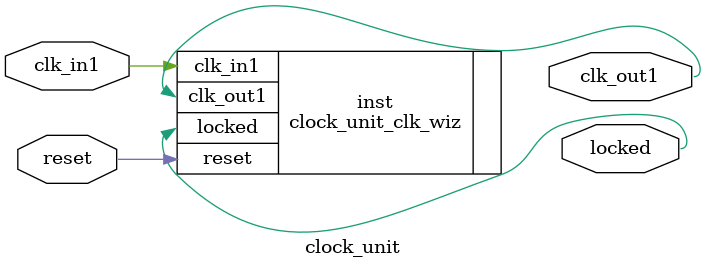
<source format=v>


`timescale 1ps/1ps

(* CORE_GENERATION_INFO = "clock_unit,clk_wiz_v6_0_2_0_0,{component_name=clock_unit,use_phase_alignment=true,use_min_o_jitter=false,use_max_i_jitter=false,use_dyn_phase_shift=false,use_inclk_switchover=false,use_dyn_reconfig=false,enable_axi=0,feedback_source=FDBK_AUTO,PRIMITIVE=MMCM,num_out_clk=1,clkin1_period=8.000,clkin2_period=10.000,use_power_down=false,use_reset=true,use_locked=true,use_inclk_stopped=false,feedback_type=SINGLE,CLOCK_MGR_TYPE=NA,manual_override=false}" *)

module clock_unit 
 (
  // Clock out ports
  output        clk_out1,
  // Status and control signals
  input         reset,
  output        locked,
 // Clock in ports
  input         clk_in1
 );

  clock_unit_clk_wiz inst
  (
  // Clock out ports  
  .clk_out1(clk_out1),
  // Status and control signals               
  .reset(reset), 
  .locked(locked),
 // Clock in ports
  .clk_in1(clk_in1)
  );

endmodule

</source>
